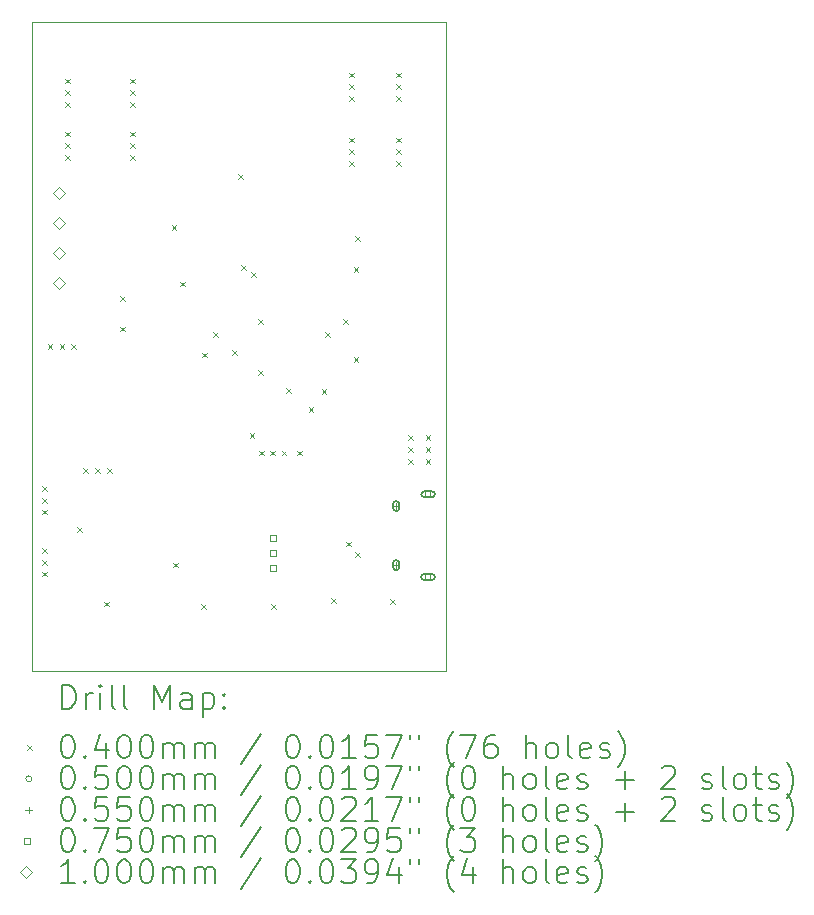
<source format=gbr>
%TF.GenerationSoftware,KiCad,Pcbnew,(6.0.9)*%
%TF.CreationDate,2023-02-13T11:25:59-05:00*%
%TF.ProjectId,1W Experiments,31572045-7870-4657-9269-6d656e74732e,rev?*%
%TF.SameCoordinates,Original*%
%TF.FileFunction,Drillmap*%
%TF.FilePolarity,Positive*%
%FSLAX45Y45*%
G04 Gerber Fmt 4.5, Leading zero omitted, Abs format (unit mm)*
G04 Created by KiCad (PCBNEW (6.0.9)) date 2023-02-13 11:25:59*
%MOMM*%
%LPD*%
G01*
G04 APERTURE LIST*
%ADD10C,0.100000*%
%ADD11C,0.200000*%
%ADD12C,0.040000*%
%ADD13C,0.050000*%
%ADD14C,0.055000*%
%ADD15C,0.075000*%
G04 APERTURE END LIST*
D10*
X7300000Y-7300000D02*
X10800000Y-7300000D01*
X10800000Y-7300000D02*
X10800000Y-12800000D01*
X10800000Y-12800000D02*
X7300000Y-12800000D01*
X7300000Y-12800000D02*
X7300000Y-7300000D01*
D11*
D12*
X7380000Y-11230000D02*
X7420000Y-11270000D01*
X7420000Y-11230000D02*
X7380000Y-11270000D01*
X7380000Y-11330000D02*
X7420000Y-11370000D01*
X7420000Y-11330000D02*
X7380000Y-11370000D01*
X7380000Y-11430000D02*
X7420000Y-11470000D01*
X7420000Y-11430000D02*
X7380000Y-11470000D01*
X7380000Y-11755000D02*
X7420000Y-11795000D01*
X7420000Y-11755000D02*
X7380000Y-11795000D01*
X7380000Y-11855000D02*
X7420000Y-11895000D01*
X7420000Y-11855000D02*
X7380000Y-11895000D01*
X7380000Y-11955000D02*
X7420000Y-11995000D01*
X7420000Y-11955000D02*
X7380000Y-11995000D01*
X7430000Y-10030000D02*
X7470000Y-10070000D01*
X7470000Y-10030000D02*
X7430000Y-10070000D01*
X7530000Y-10030000D02*
X7570000Y-10070000D01*
X7570000Y-10030000D02*
X7530000Y-10070000D01*
X7580000Y-7780000D02*
X7620000Y-7820000D01*
X7620000Y-7780000D02*
X7580000Y-7820000D01*
X7580000Y-7880000D02*
X7620000Y-7920000D01*
X7620000Y-7880000D02*
X7580000Y-7920000D01*
X7580000Y-7980000D02*
X7620000Y-8020000D01*
X7620000Y-7980000D02*
X7580000Y-8020000D01*
X7580000Y-8230000D02*
X7620000Y-8270000D01*
X7620000Y-8230000D02*
X7580000Y-8270000D01*
X7580000Y-8330000D02*
X7620000Y-8370000D01*
X7620000Y-8330000D02*
X7580000Y-8370000D01*
X7580000Y-8430000D02*
X7620000Y-8470000D01*
X7620000Y-8430000D02*
X7580000Y-8470000D01*
X7630000Y-10030000D02*
X7670000Y-10070000D01*
X7670000Y-10030000D02*
X7630000Y-10070000D01*
X7676250Y-11576250D02*
X7716250Y-11616250D01*
X7716250Y-11576250D02*
X7676250Y-11616250D01*
X7730000Y-11080000D02*
X7770000Y-11120000D01*
X7770000Y-11080000D02*
X7730000Y-11120000D01*
X7830000Y-11080000D02*
X7870000Y-11120000D01*
X7870000Y-11080000D02*
X7830000Y-11120000D01*
X7910000Y-12210000D02*
X7950000Y-12250000D01*
X7950000Y-12210000D02*
X7910000Y-12250000D01*
X7930000Y-11080000D02*
X7970000Y-11120000D01*
X7970000Y-11080000D02*
X7930000Y-11120000D01*
X8040000Y-9620000D02*
X8080000Y-9660000D01*
X8080000Y-9620000D02*
X8040000Y-9660000D01*
X8040000Y-9880000D02*
X8080000Y-9920000D01*
X8080000Y-9880000D02*
X8040000Y-9920000D01*
X8130000Y-7780000D02*
X8170000Y-7820000D01*
X8170000Y-7780000D02*
X8130000Y-7820000D01*
X8130000Y-7880000D02*
X8170000Y-7920000D01*
X8170000Y-7880000D02*
X8130000Y-7920000D01*
X8130000Y-7980000D02*
X8170000Y-8020000D01*
X8170000Y-7980000D02*
X8130000Y-8020000D01*
X8130000Y-8230000D02*
X8170000Y-8270000D01*
X8170000Y-8230000D02*
X8130000Y-8270000D01*
X8130000Y-8330000D02*
X8170000Y-8370000D01*
X8170000Y-8330000D02*
X8130000Y-8370000D01*
X8130000Y-8430000D02*
X8170000Y-8470000D01*
X8170000Y-8430000D02*
X8130000Y-8470000D01*
X8480000Y-9020000D02*
X8520000Y-9060000D01*
X8520000Y-9020000D02*
X8480000Y-9060000D01*
X8489000Y-11880000D02*
X8529000Y-11920000D01*
X8529000Y-11880000D02*
X8489000Y-11920000D01*
X8550000Y-9500000D02*
X8590000Y-9540000D01*
X8590000Y-9500000D02*
X8550000Y-9540000D01*
X8730000Y-12230000D02*
X8770000Y-12270000D01*
X8770000Y-12230000D02*
X8730000Y-12270000D01*
X8740000Y-10100000D02*
X8780000Y-10140000D01*
X8780000Y-10100000D02*
X8740000Y-10140000D01*
X8830000Y-9930000D02*
X8870000Y-9970000D01*
X8870000Y-9930000D02*
X8830000Y-9970000D01*
X8990000Y-10080000D02*
X9030000Y-10120000D01*
X9030000Y-10080000D02*
X8990000Y-10120000D01*
X9040000Y-8590000D02*
X9080000Y-8630000D01*
X9080000Y-8590000D02*
X9040000Y-8630000D01*
X9070000Y-9360000D02*
X9110000Y-9400000D01*
X9110000Y-9360000D02*
X9070000Y-9400000D01*
X9140000Y-10780000D02*
X9180000Y-10820000D01*
X9180000Y-10780000D02*
X9140000Y-10820000D01*
X9150000Y-9420000D02*
X9190000Y-9460000D01*
X9190000Y-9420000D02*
X9150000Y-9460000D01*
X9210000Y-9820000D02*
X9250000Y-9860000D01*
X9250000Y-9820000D02*
X9210000Y-9860000D01*
X9210000Y-10250000D02*
X9250000Y-10290000D01*
X9250000Y-10250000D02*
X9210000Y-10290000D01*
X9220000Y-10930000D02*
X9260000Y-10970000D01*
X9260000Y-10930000D02*
X9220000Y-10970000D01*
X9316000Y-10931000D02*
X9356000Y-10971000D01*
X9356000Y-10931000D02*
X9316000Y-10971000D01*
X9320000Y-12230000D02*
X9360000Y-12270000D01*
X9360000Y-12230000D02*
X9320000Y-12270000D01*
X9410000Y-10930000D02*
X9450000Y-10970000D01*
X9450000Y-10930000D02*
X9410000Y-10970000D01*
X9450000Y-10400000D02*
X9490000Y-10440000D01*
X9490000Y-10400000D02*
X9450000Y-10440000D01*
X9540000Y-10930000D02*
X9580000Y-10970000D01*
X9580000Y-10930000D02*
X9540000Y-10970000D01*
X9640000Y-10560000D02*
X9680000Y-10600000D01*
X9680000Y-10560000D02*
X9640000Y-10600000D01*
X9750000Y-10410000D02*
X9790000Y-10450000D01*
X9790000Y-10410000D02*
X9750000Y-10450000D01*
X9780000Y-9930000D02*
X9820000Y-9970000D01*
X9820000Y-9930000D02*
X9780000Y-9970000D01*
X9830000Y-12180000D02*
X9870000Y-12220000D01*
X9870000Y-12180000D02*
X9830000Y-12220000D01*
X9930000Y-9820000D02*
X9970000Y-9860000D01*
X9970000Y-9820000D02*
X9930000Y-9860000D01*
X9955050Y-11700000D02*
X9995050Y-11740000D01*
X9995050Y-11700000D02*
X9955050Y-11740000D01*
X9980000Y-7730000D02*
X10020000Y-7770000D01*
X10020000Y-7730000D02*
X9980000Y-7770000D01*
X9980000Y-7830000D02*
X10020000Y-7870000D01*
X10020000Y-7830000D02*
X9980000Y-7870000D01*
X9980000Y-7930000D02*
X10020000Y-7970000D01*
X10020000Y-7930000D02*
X9980000Y-7970000D01*
X9980000Y-8280000D02*
X10020000Y-8320000D01*
X10020000Y-8280000D02*
X9980000Y-8320000D01*
X9980000Y-8380000D02*
X10020000Y-8420000D01*
X10020000Y-8380000D02*
X9980000Y-8420000D01*
X9980000Y-8480000D02*
X10020000Y-8520000D01*
X10020000Y-8480000D02*
X9980000Y-8520000D01*
X10020000Y-9380000D02*
X10060000Y-9420000D01*
X10060000Y-9380000D02*
X10020000Y-9420000D01*
X10020000Y-10140000D02*
X10060000Y-10180000D01*
X10060000Y-10140000D02*
X10020000Y-10180000D01*
X10030000Y-11790000D02*
X10070000Y-11830000D01*
X10070000Y-11790000D02*
X10030000Y-11830000D01*
X10034000Y-9116000D02*
X10074000Y-9156000D01*
X10074000Y-9116000D02*
X10034000Y-9156000D01*
X10330000Y-12190000D02*
X10370000Y-12230000D01*
X10370000Y-12190000D02*
X10330000Y-12230000D01*
X10380000Y-7730000D02*
X10420000Y-7770000D01*
X10420000Y-7730000D02*
X10380000Y-7770000D01*
X10380000Y-7830000D02*
X10420000Y-7870000D01*
X10420000Y-7830000D02*
X10380000Y-7870000D01*
X10380000Y-7930000D02*
X10420000Y-7970000D01*
X10420000Y-7930000D02*
X10380000Y-7970000D01*
X10380000Y-8280000D02*
X10420000Y-8320000D01*
X10420000Y-8280000D02*
X10380000Y-8320000D01*
X10380000Y-8380000D02*
X10420000Y-8420000D01*
X10420000Y-8380000D02*
X10380000Y-8420000D01*
X10380000Y-8480000D02*
X10420000Y-8520000D01*
X10420000Y-8480000D02*
X10380000Y-8520000D01*
X10480000Y-10800000D02*
X10520000Y-10840000D01*
X10520000Y-10800000D02*
X10480000Y-10840000D01*
X10480000Y-10900000D02*
X10520000Y-10940000D01*
X10520000Y-10900000D02*
X10480000Y-10940000D01*
X10480000Y-11000000D02*
X10520000Y-11040000D01*
X10520000Y-11000000D02*
X10480000Y-11040000D01*
X10630000Y-10800000D02*
X10670000Y-10840000D01*
X10670000Y-10800000D02*
X10630000Y-10840000D01*
X10630000Y-10900000D02*
X10670000Y-10940000D01*
X10670000Y-10900000D02*
X10630000Y-10940000D01*
X10630000Y-11000000D02*
X10670000Y-11040000D01*
X10670000Y-11000000D02*
X10630000Y-11040000D01*
D13*
X10675000Y-11300000D02*
G75*
G03*
X10675000Y-11300000I-25000J0D01*
G01*
D11*
X10617500Y-11325000D02*
X10682500Y-11325000D01*
X10617500Y-11275000D02*
X10682500Y-11275000D01*
X10682500Y-11325000D02*
G75*
G03*
X10682500Y-11275000I0J25000D01*
G01*
X10617500Y-11275000D02*
G75*
G03*
X10617500Y-11325000I0J-25000D01*
G01*
D13*
X10675000Y-12000000D02*
G75*
G03*
X10675000Y-12000000I-25000J0D01*
G01*
D11*
X10617500Y-12025000D02*
X10682500Y-12025000D01*
X10617500Y-11975000D02*
X10682500Y-11975000D01*
X10682500Y-12025000D02*
G75*
G03*
X10682500Y-11975000I0J25000D01*
G01*
X10617500Y-11975000D02*
G75*
G03*
X10617500Y-12025000I0J-25000D01*
G01*
D14*
X10380000Y-11372500D02*
X10380000Y-11427500D01*
X10352500Y-11400000D02*
X10407500Y-11400000D01*
D11*
X10407500Y-11415000D02*
X10407500Y-11385000D01*
X10352500Y-11415000D02*
X10352500Y-11385000D01*
X10407500Y-11385000D02*
G75*
G03*
X10352500Y-11385000I-27500J0D01*
G01*
X10352500Y-11415000D02*
G75*
G03*
X10407500Y-11415000I27500J0D01*
G01*
D14*
X10380000Y-11872500D02*
X10380000Y-11927500D01*
X10352500Y-11900000D02*
X10407500Y-11900000D01*
D11*
X10407500Y-11915000D02*
X10407500Y-11885000D01*
X10352500Y-11915000D02*
X10352500Y-11885000D01*
X10407500Y-11885000D02*
G75*
G03*
X10352500Y-11885000I-27500J0D01*
G01*
X10352500Y-11915000D02*
G75*
G03*
X10407500Y-11915000I27500J0D01*
G01*
D15*
X9362517Y-11699517D02*
X9362517Y-11646483D01*
X9309483Y-11646483D01*
X9309483Y-11699517D01*
X9362517Y-11699517D01*
X9362517Y-11826517D02*
X9362517Y-11773483D01*
X9309483Y-11773483D01*
X9309483Y-11826517D01*
X9362517Y-11826517D01*
X9362517Y-11953517D02*
X9362517Y-11900483D01*
X9309483Y-11900483D01*
X9309483Y-11953517D01*
X9362517Y-11953517D01*
D10*
X7525000Y-8800000D02*
X7575000Y-8750000D01*
X7525000Y-8700000D01*
X7475000Y-8750000D01*
X7525000Y-8800000D01*
X7525000Y-9054000D02*
X7575000Y-9004000D01*
X7525000Y-8954000D01*
X7475000Y-9004000D01*
X7525000Y-9054000D01*
X7525000Y-9308000D02*
X7575000Y-9258000D01*
X7525000Y-9208000D01*
X7475000Y-9258000D01*
X7525000Y-9308000D01*
X7525000Y-9562000D02*
X7575000Y-9512000D01*
X7525000Y-9462000D01*
X7475000Y-9512000D01*
X7525000Y-9562000D01*
D11*
X7552619Y-13115476D02*
X7552619Y-12915476D01*
X7600238Y-12915476D01*
X7628809Y-12925000D01*
X7647857Y-12944048D01*
X7657381Y-12963095D01*
X7666905Y-13001190D01*
X7666905Y-13029762D01*
X7657381Y-13067857D01*
X7647857Y-13086905D01*
X7628809Y-13105952D01*
X7600238Y-13115476D01*
X7552619Y-13115476D01*
X7752619Y-13115476D02*
X7752619Y-12982143D01*
X7752619Y-13020238D02*
X7762143Y-13001190D01*
X7771667Y-12991667D01*
X7790714Y-12982143D01*
X7809762Y-12982143D01*
X7876428Y-13115476D02*
X7876428Y-12982143D01*
X7876428Y-12915476D02*
X7866905Y-12925000D01*
X7876428Y-12934524D01*
X7885952Y-12925000D01*
X7876428Y-12915476D01*
X7876428Y-12934524D01*
X8000238Y-13115476D02*
X7981190Y-13105952D01*
X7971667Y-13086905D01*
X7971667Y-12915476D01*
X8105000Y-13115476D02*
X8085952Y-13105952D01*
X8076428Y-13086905D01*
X8076428Y-12915476D01*
X8333571Y-13115476D02*
X8333571Y-12915476D01*
X8400238Y-13058333D01*
X8466905Y-12915476D01*
X8466905Y-13115476D01*
X8647857Y-13115476D02*
X8647857Y-13010714D01*
X8638333Y-12991667D01*
X8619286Y-12982143D01*
X8581190Y-12982143D01*
X8562143Y-12991667D01*
X8647857Y-13105952D02*
X8628810Y-13115476D01*
X8581190Y-13115476D01*
X8562143Y-13105952D01*
X8552619Y-13086905D01*
X8552619Y-13067857D01*
X8562143Y-13048809D01*
X8581190Y-13039286D01*
X8628810Y-13039286D01*
X8647857Y-13029762D01*
X8743095Y-12982143D02*
X8743095Y-13182143D01*
X8743095Y-12991667D02*
X8762143Y-12982143D01*
X8800238Y-12982143D01*
X8819286Y-12991667D01*
X8828810Y-13001190D01*
X8838333Y-13020238D01*
X8838333Y-13077381D01*
X8828810Y-13096428D01*
X8819286Y-13105952D01*
X8800238Y-13115476D01*
X8762143Y-13115476D01*
X8743095Y-13105952D01*
X8924048Y-13096428D02*
X8933571Y-13105952D01*
X8924048Y-13115476D01*
X8914524Y-13105952D01*
X8924048Y-13096428D01*
X8924048Y-13115476D01*
X8924048Y-12991667D02*
X8933571Y-13001190D01*
X8924048Y-13010714D01*
X8914524Y-13001190D01*
X8924048Y-12991667D01*
X8924048Y-13010714D01*
D12*
X7255000Y-13425000D02*
X7295000Y-13465000D01*
X7295000Y-13425000D02*
X7255000Y-13465000D01*
D11*
X7590714Y-13335476D02*
X7609762Y-13335476D01*
X7628809Y-13345000D01*
X7638333Y-13354524D01*
X7647857Y-13373571D01*
X7657381Y-13411667D01*
X7657381Y-13459286D01*
X7647857Y-13497381D01*
X7638333Y-13516428D01*
X7628809Y-13525952D01*
X7609762Y-13535476D01*
X7590714Y-13535476D01*
X7571667Y-13525952D01*
X7562143Y-13516428D01*
X7552619Y-13497381D01*
X7543095Y-13459286D01*
X7543095Y-13411667D01*
X7552619Y-13373571D01*
X7562143Y-13354524D01*
X7571667Y-13345000D01*
X7590714Y-13335476D01*
X7743095Y-13516428D02*
X7752619Y-13525952D01*
X7743095Y-13535476D01*
X7733571Y-13525952D01*
X7743095Y-13516428D01*
X7743095Y-13535476D01*
X7924048Y-13402143D02*
X7924048Y-13535476D01*
X7876428Y-13325952D02*
X7828809Y-13468809D01*
X7952619Y-13468809D01*
X8066905Y-13335476D02*
X8085952Y-13335476D01*
X8105000Y-13345000D01*
X8114524Y-13354524D01*
X8124048Y-13373571D01*
X8133571Y-13411667D01*
X8133571Y-13459286D01*
X8124048Y-13497381D01*
X8114524Y-13516428D01*
X8105000Y-13525952D01*
X8085952Y-13535476D01*
X8066905Y-13535476D01*
X8047857Y-13525952D01*
X8038333Y-13516428D01*
X8028809Y-13497381D01*
X8019286Y-13459286D01*
X8019286Y-13411667D01*
X8028809Y-13373571D01*
X8038333Y-13354524D01*
X8047857Y-13345000D01*
X8066905Y-13335476D01*
X8257381Y-13335476D02*
X8276428Y-13335476D01*
X8295476Y-13345000D01*
X8305000Y-13354524D01*
X8314524Y-13373571D01*
X8324048Y-13411667D01*
X8324048Y-13459286D01*
X8314524Y-13497381D01*
X8305000Y-13516428D01*
X8295476Y-13525952D01*
X8276428Y-13535476D01*
X8257381Y-13535476D01*
X8238333Y-13525952D01*
X8228809Y-13516428D01*
X8219286Y-13497381D01*
X8209762Y-13459286D01*
X8209762Y-13411667D01*
X8219286Y-13373571D01*
X8228809Y-13354524D01*
X8238333Y-13345000D01*
X8257381Y-13335476D01*
X8409762Y-13535476D02*
X8409762Y-13402143D01*
X8409762Y-13421190D02*
X8419286Y-13411667D01*
X8438333Y-13402143D01*
X8466905Y-13402143D01*
X8485952Y-13411667D01*
X8495476Y-13430714D01*
X8495476Y-13535476D01*
X8495476Y-13430714D02*
X8505000Y-13411667D01*
X8524048Y-13402143D01*
X8552619Y-13402143D01*
X8571667Y-13411667D01*
X8581190Y-13430714D01*
X8581190Y-13535476D01*
X8676429Y-13535476D02*
X8676429Y-13402143D01*
X8676429Y-13421190D02*
X8685952Y-13411667D01*
X8705000Y-13402143D01*
X8733571Y-13402143D01*
X8752619Y-13411667D01*
X8762143Y-13430714D01*
X8762143Y-13535476D01*
X8762143Y-13430714D02*
X8771667Y-13411667D01*
X8790714Y-13402143D01*
X8819286Y-13402143D01*
X8838333Y-13411667D01*
X8847857Y-13430714D01*
X8847857Y-13535476D01*
X9238333Y-13325952D02*
X9066905Y-13583095D01*
X9495476Y-13335476D02*
X9514524Y-13335476D01*
X9533571Y-13345000D01*
X9543095Y-13354524D01*
X9552619Y-13373571D01*
X9562143Y-13411667D01*
X9562143Y-13459286D01*
X9552619Y-13497381D01*
X9543095Y-13516428D01*
X9533571Y-13525952D01*
X9514524Y-13535476D01*
X9495476Y-13535476D01*
X9476429Y-13525952D01*
X9466905Y-13516428D01*
X9457381Y-13497381D01*
X9447857Y-13459286D01*
X9447857Y-13411667D01*
X9457381Y-13373571D01*
X9466905Y-13354524D01*
X9476429Y-13345000D01*
X9495476Y-13335476D01*
X9647857Y-13516428D02*
X9657381Y-13525952D01*
X9647857Y-13535476D01*
X9638333Y-13525952D01*
X9647857Y-13516428D01*
X9647857Y-13535476D01*
X9781190Y-13335476D02*
X9800238Y-13335476D01*
X9819286Y-13345000D01*
X9828810Y-13354524D01*
X9838333Y-13373571D01*
X9847857Y-13411667D01*
X9847857Y-13459286D01*
X9838333Y-13497381D01*
X9828810Y-13516428D01*
X9819286Y-13525952D01*
X9800238Y-13535476D01*
X9781190Y-13535476D01*
X9762143Y-13525952D01*
X9752619Y-13516428D01*
X9743095Y-13497381D01*
X9733571Y-13459286D01*
X9733571Y-13411667D01*
X9743095Y-13373571D01*
X9752619Y-13354524D01*
X9762143Y-13345000D01*
X9781190Y-13335476D01*
X10038333Y-13535476D02*
X9924048Y-13535476D01*
X9981190Y-13535476D02*
X9981190Y-13335476D01*
X9962143Y-13364048D01*
X9943095Y-13383095D01*
X9924048Y-13392619D01*
X10219286Y-13335476D02*
X10124048Y-13335476D01*
X10114524Y-13430714D01*
X10124048Y-13421190D01*
X10143095Y-13411667D01*
X10190714Y-13411667D01*
X10209762Y-13421190D01*
X10219286Y-13430714D01*
X10228810Y-13449762D01*
X10228810Y-13497381D01*
X10219286Y-13516428D01*
X10209762Y-13525952D01*
X10190714Y-13535476D01*
X10143095Y-13535476D01*
X10124048Y-13525952D01*
X10114524Y-13516428D01*
X10295476Y-13335476D02*
X10428810Y-13335476D01*
X10343095Y-13535476D01*
X10495476Y-13335476D02*
X10495476Y-13373571D01*
X10571667Y-13335476D02*
X10571667Y-13373571D01*
X10866905Y-13611667D02*
X10857381Y-13602143D01*
X10838333Y-13573571D01*
X10828810Y-13554524D01*
X10819286Y-13525952D01*
X10809762Y-13478333D01*
X10809762Y-13440238D01*
X10819286Y-13392619D01*
X10828810Y-13364048D01*
X10838333Y-13345000D01*
X10857381Y-13316428D01*
X10866905Y-13306905D01*
X10924048Y-13335476D02*
X11057381Y-13335476D01*
X10971667Y-13535476D01*
X11219286Y-13335476D02*
X11181190Y-13335476D01*
X11162143Y-13345000D01*
X11152619Y-13354524D01*
X11133571Y-13383095D01*
X11124048Y-13421190D01*
X11124048Y-13497381D01*
X11133571Y-13516428D01*
X11143095Y-13525952D01*
X11162143Y-13535476D01*
X11200238Y-13535476D01*
X11219286Y-13525952D01*
X11228809Y-13516428D01*
X11238333Y-13497381D01*
X11238333Y-13449762D01*
X11228809Y-13430714D01*
X11219286Y-13421190D01*
X11200238Y-13411667D01*
X11162143Y-13411667D01*
X11143095Y-13421190D01*
X11133571Y-13430714D01*
X11124048Y-13449762D01*
X11476428Y-13535476D02*
X11476428Y-13335476D01*
X11562143Y-13535476D02*
X11562143Y-13430714D01*
X11552619Y-13411667D01*
X11533571Y-13402143D01*
X11505000Y-13402143D01*
X11485952Y-13411667D01*
X11476428Y-13421190D01*
X11685952Y-13535476D02*
X11666905Y-13525952D01*
X11657381Y-13516428D01*
X11647857Y-13497381D01*
X11647857Y-13440238D01*
X11657381Y-13421190D01*
X11666905Y-13411667D01*
X11685952Y-13402143D01*
X11714524Y-13402143D01*
X11733571Y-13411667D01*
X11743095Y-13421190D01*
X11752619Y-13440238D01*
X11752619Y-13497381D01*
X11743095Y-13516428D01*
X11733571Y-13525952D01*
X11714524Y-13535476D01*
X11685952Y-13535476D01*
X11866905Y-13535476D02*
X11847857Y-13525952D01*
X11838333Y-13506905D01*
X11838333Y-13335476D01*
X12019286Y-13525952D02*
X12000238Y-13535476D01*
X11962143Y-13535476D01*
X11943095Y-13525952D01*
X11933571Y-13506905D01*
X11933571Y-13430714D01*
X11943095Y-13411667D01*
X11962143Y-13402143D01*
X12000238Y-13402143D01*
X12019286Y-13411667D01*
X12028809Y-13430714D01*
X12028809Y-13449762D01*
X11933571Y-13468809D01*
X12105000Y-13525952D02*
X12124048Y-13535476D01*
X12162143Y-13535476D01*
X12181190Y-13525952D01*
X12190714Y-13506905D01*
X12190714Y-13497381D01*
X12181190Y-13478333D01*
X12162143Y-13468809D01*
X12133571Y-13468809D01*
X12114524Y-13459286D01*
X12105000Y-13440238D01*
X12105000Y-13430714D01*
X12114524Y-13411667D01*
X12133571Y-13402143D01*
X12162143Y-13402143D01*
X12181190Y-13411667D01*
X12257381Y-13611667D02*
X12266905Y-13602143D01*
X12285952Y-13573571D01*
X12295476Y-13554524D01*
X12305000Y-13525952D01*
X12314524Y-13478333D01*
X12314524Y-13440238D01*
X12305000Y-13392619D01*
X12295476Y-13364048D01*
X12285952Y-13345000D01*
X12266905Y-13316428D01*
X12257381Y-13306905D01*
D13*
X7295000Y-13709000D02*
G75*
G03*
X7295000Y-13709000I-25000J0D01*
G01*
D11*
X7590714Y-13599476D02*
X7609762Y-13599476D01*
X7628809Y-13609000D01*
X7638333Y-13618524D01*
X7647857Y-13637571D01*
X7657381Y-13675667D01*
X7657381Y-13723286D01*
X7647857Y-13761381D01*
X7638333Y-13780428D01*
X7628809Y-13789952D01*
X7609762Y-13799476D01*
X7590714Y-13799476D01*
X7571667Y-13789952D01*
X7562143Y-13780428D01*
X7552619Y-13761381D01*
X7543095Y-13723286D01*
X7543095Y-13675667D01*
X7552619Y-13637571D01*
X7562143Y-13618524D01*
X7571667Y-13609000D01*
X7590714Y-13599476D01*
X7743095Y-13780428D02*
X7752619Y-13789952D01*
X7743095Y-13799476D01*
X7733571Y-13789952D01*
X7743095Y-13780428D01*
X7743095Y-13799476D01*
X7933571Y-13599476D02*
X7838333Y-13599476D01*
X7828809Y-13694714D01*
X7838333Y-13685190D01*
X7857381Y-13675667D01*
X7905000Y-13675667D01*
X7924048Y-13685190D01*
X7933571Y-13694714D01*
X7943095Y-13713762D01*
X7943095Y-13761381D01*
X7933571Y-13780428D01*
X7924048Y-13789952D01*
X7905000Y-13799476D01*
X7857381Y-13799476D01*
X7838333Y-13789952D01*
X7828809Y-13780428D01*
X8066905Y-13599476D02*
X8085952Y-13599476D01*
X8105000Y-13609000D01*
X8114524Y-13618524D01*
X8124048Y-13637571D01*
X8133571Y-13675667D01*
X8133571Y-13723286D01*
X8124048Y-13761381D01*
X8114524Y-13780428D01*
X8105000Y-13789952D01*
X8085952Y-13799476D01*
X8066905Y-13799476D01*
X8047857Y-13789952D01*
X8038333Y-13780428D01*
X8028809Y-13761381D01*
X8019286Y-13723286D01*
X8019286Y-13675667D01*
X8028809Y-13637571D01*
X8038333Y-13618524D01*
X8047857Y-13609000D01*
X8066905Y-13599476D01*
X8257381Y-13599476D02*
X8276428Y-13599476D01*
X8295476Y-13609000D01*
X8305000Y-13618524D01*
X8314524Y-13637571D01*
X8324048Y-13675667D01*
X8324048Y-13723286D01*
X8314524Y-13761381D01*
X8305000Y-13780428D01*
X8295476Y-13789952D01*
X8276428Y-13799476D01*
X8257381Y-13799476D01*
X8238333Y-13789952D01*
X8228809Y-13780428D01*
X8219286Y-13761381D01*
X8209762Y-13723286D01*
X8209762Y-13675667D01*
X8219286Y-13637571D01*
X8228809Y-13618524D01*
X8238333Y-13609000D01*
X8257381Y-13599476D01*
X8409762Y-13799476D02*
X8409762Y-13666143D01*
X8409762Y-13685190D02*
X8419286Y-13675667D01*
X8438333Y-13666143D01*
X8466905Y-13666143D01*
X8485952Y-13675667D01*
X8495476Y-13694714D01*
X8495476Y-13799476D01*
X8495476Y-13694714D02*
X8505000Y-13675667D01*
X8524048Y-13666143D01*
X8552619Y-13666143D01*
X8571667Y-13675667D01*
X8581190Y-13694714D01*
X8581190Y-13799476D01*
X8676429Y-13799476D02*
X8676429Y-13666143D01*
X8676429Y-13685190D02*
X8685952Y-13675667D01*
X8705000Y-13666143D01*
X8733571Y-13666143D01*
X8752619Y-13675667D01*
X8762143Y-13694714D01*
X8762143Y-13799476D01*
X8762143Y-13694714D02*
X8771667Y-13675667D01*
X8790714Y-13666143D01*
X8819286Y-13666143D01*
X8838333Y-13675667D01*
X8847857Y-13694714D01*
X8847857Y-13799476D01*
X9238333Y-13589952D02*
X9066905Y-13847095D01*
X9495476Y-13599476D02*
X9514524Y-13599476D01*
X9533571Y-13609000D01*
X9543095Y-13618524D01*
X9552619Y-13637571D01*
X9562143Y-13675667D01*
X9562143Y-13723286D01*
X9552619Y-13761381D01*
X9543095Y-13780428D01*
X9533571Y-13789952D01*
X9514524Y-13799476D01*
X9495476Y-13799476D01*
X9476429Y-13789952D01*
X9466905Y-13780428D01*
X9457381Y-13761381D01*
X9447857Y-13723286D01*
X9447857Y-13675667D01*
X9457381Y-13637571D01*
X9466905Y-13618524D01*
X9476429Y-13609000D01*
X9495476Y-13599476D01*
X9647857Y-13780428D02*
X9657381Y-13789952D01*
X9647857Y-13799476D01*
X9638333Y-13789952D01*
X9647857Y-13780428D01*
X9647857Y-13799476D01*
X9781190Y-13599476D02*
X9800238Y-13599476D01*
X9819286Y-13609000D01*
X9828810Y-13618524D01*
X9838333Y-13637571D01*
X9847857Y-13675667D01*
X9847857Y-13723286D01*
X9838333Y-13761381D01*
X9828810Y-13780428D01*
X9819286Y-13789952D01*
X9800238Y-13799476D01*
X9781190Y-13799476D01*
X9762143Y-13789952D01*
X9752619Y-13780428D01*
X9743095Y-13761381D01*
X9733571Y-13723286D01*
X9733571Y-13675667D01*
X9743095Y-13637571D01*
X9752619Y-13618524D01*
X9762143Y-13609000D01*
X9781190Y-13599476D01*
X10038333Y-13799476D02*
X9924048Y-13799476D01*
X9981190Y-13799476D02*
X9981190Y-13599476D01*
X9962143Y-13628048D01*
X9943095Y-13647095D01*
X9924048Y-13656619D01*
X10133571Y-13799476D02*
X10171667Y-13799476D01*
X10190714Y-13789952D01*
X10200238Y-13780428D01*
X10219286Y-13751857D01*
X10228810Y-13713762D01*
X10228810Y-13637571D01*
X10219286Y-13618524D01*
X10209762Y-13609000D01*
X10190714Y-13599476D01*
X10152619Y-13599476D01*
X10133571Y-13609000D01*
X10124048Y-13618524D01*
X10114524Y-13637571D01*
X10114524Y-13685190D01*
X10124048Y-13704238D01*
X10133571Y-13713762D01*
X10152619Y-13723286D01*
X10190714Y-13723286D01*
X10209762Y-13713762D01*
X10219286Y-13704238D01*
X10228810Y-13685190D01*
X10295476Y-13599476D02*
X10428810Y-13599476D01*
X10343095Y-13799476D01*
X10495476Y-13599476D02*
X10495476Y-13637571D01*
X10571667Y-13599476D02*
X10571667Y-13637571D01*
X10866905Y-13875667D02*
X10857381Y-13866143D01*
X10838333Y-13837571D01*
X10828810Y-13818524D01*
X10819286Y-13789952D01*
X10809762Y-13742333D01*
X10809762Y-13704238D01*
X10819286Y-13656619D01*
X10828810Y-13628048D01*
X10838333Y-13609000D01*
X10857381Y-13580428D01*
X10866905Y-13570905D01*
X10981190Y-13599476D02*
X11000238Y-13599476D01*
X11019286Y-13609000D01*
X11028810Y-13618524D01*
X11038333Y-13637571D01*
X11047857Y-13675667D01*
X11047857Y-13723286D01*
X11038333Y-13761381D01*
X11028810Y-13780428D01*
X11019286Y-13789952D01*
X11000238Y-13799476D01*
X10981190Y-13799476D01*
X10962143Y-13789952D01*
X10952619Y-13780428D01*
X10943095Y-13761381D01*
X10933571Y-13723286D01*
X10933571Y-13675667D01*
X10943095Y-13637571D01*
X10952619Y-13618524D01*
X10962143Y-13609000D01*
X10981190Y-13599476D01*
X11285952Y-13799476D02*
X11285952Y-13599476D01*
X11371667Y-13799476D02*
X11371667Y-13694714D01*
X11362143Y-13675667D01*
X11343095Y-13666143D01*
X11314524Y-13666143D01*
X11295476Y-13675667D01*
X11285952Y-13685190D01*
X11495476Y-13799476D02*
X11476428Y-13789952D01*
X11466905Y-13780428D01*
X11457381Y-13761381D01*
X11457381Y-13704238D01*
X11466905Y-13685190D01*
X11476428Y-13675667D01*
X11495476Y-13666143D01*
X11524048Y-13666143D01*
X11543095Y-13675667D01*
X11552619Y-13685190D01*
X11562143Y-13704238D01*
X11562143Y-13761381D01*
X11552619Y-13780428D01*
X11543095Y-13789952D01*
X11524048Y-13799476D01*
X11495476Y-13799476D01*
X11676428Y-13799476D02*
X11657381Y-13789952D01*
X11647857Y-13770905D01*
X11647857Y-13599476D01*
X11828809Y-13789952D02*
X11809762Y-13799476D01*
X11771667Y-13799476D01*
X11752619Y-13789952D01*
X11743095Y-13770905D01*
X11743095Y-13694714D01*
X11752619Y-13675667D01*
X11771667Y-13666143D01*
X11809762Y-13666143D01*
X11828809Y-13675667D01*
X11838333Y-13694714D01*
X11838333Y-13713762D01*
X11743095Y-13732809D01*
X11914524Y-13789952D02*
X11933571Y-13799476D01*
X11971667Y-13799476D01*
X11990714Y-13789952D01*
X12000238Y-13770905D01*
X12000238Y-13761381D01*
X11990714Y-13742333D01*
X11971667Y-13732809D01*
X11943095Y-13732809D01*
X11924048Y-13723286D01*
X11914524Y-13704238D01*
X11914524Y-13694714D01*
X11924048Y-13675667D01*
X11943095Y-13666143D01*
X11971667Y-13666143D01*
X11990714Y-13675667D01*
X12238333Y-13723286D02*
X12390714Y-13723286D01*
X12314524Y-13799476D02*
X12314524Y-13647095D01*
X12628809Y-13618524D02*
X12638333Y-13609000D01*
X12657381Y-13599476D01*
X12705000Y-13599476D01*
X12724048Y-13609000D01*
X12733571Y-13618524D01*
X12743095Y-13637571D01*
X12743095Y-13656619D01*
X12733571Y-13685190D01*
X12619286Y-13799476D01*
X12743095Y-13799476D01*
X12971667Y-13789952D02*
X12990714Y-13799476D01*
X13028809Y-13799476D01*
X13047857Y-13789952D01*
X13057381Y-13770905D01*
X13057381Y-13761381D01*
X13047857Y-13742333D01*
X13028809Y-13732809D01*
X13000238Y-13732809D01*
X12981190Y-13723286D01*
X12971667Y-13704238D01*
X12971667Y-13694714D01*
X12981190Y-13675667D01*
X13000238Y-13666143D01*
X13028809Y-13666143D01*
X13047857Y-13675667D01*
X13171667Y-13799476D02*
X13152619Y-13789952D01*
X13143095Y-13770905D01*
X13143095Y-13599476D01*
X13276428Y-13799476D02*
X13257381Y-13789952D01*
X13247857Y-13780428D01*
X13238333Y-13761381D01*
X13238333Y-13704238D01*
X13247857Y-13685190D01*
X13257381Y-13675667D01*
X13276428Y-13666143D01*
X13305000Y-13666143D01*
X13324048Y-13675667D01*
X13333571Y-13685190D01*
X13343095Y-13704238D01*
X13343095Y-13761381D01*
X13333571Y-13780428D01*
X13324048Y-13789952D01*
X13305000Y-13799476D01*
X13276428Y-13799476D01*
X13400238Y-13666143D02*
X13476428Y-13666143D01*
X13428809Y-13599476D02*
X13428809Y-13770905D01*
X13438333Y-13789952D01*
X13457381Y-13799476D01*
X13476428Y-13799476D01*
X13533571Y-13789952D02*
X13552619Y-13799476D01*
X13590714Y-13799476D01*
X13609762Y-13789952D01*
X13619286Y-13770905D01*
X13619286Y-13761381D01*
X13609762Y-13742333D01*
X13590714Y-13732809D01*
X13562143Y-13732809D01*
X13543095Y-13723286D01*
X13533571Y-13704238D01*
X13533571Y-13694714D01*
X13543095Y-13675667D01*
X13562143Y-13666143D01*
X13590714Y-13666143D01*
X13609762Y-13675667D01*
X13685952Y-13875667D02*
X13695476Y-13866143D01*
X13714524Y-13837571D01*
X13724048Y-13818524D01*
X13733571Y-13789952D01*
X13743095Y-13742333D01*
X13743095Y-13704238D01*
X13733571Y-13656619D01*
X13724048Y-13628048D01*
X13714524Y-13609000D01*
X13695476Y-13580428D01*
X13685952Y-13570905D01*
D14*
X7267500Y-13945500D02*
X7267500Y-14000500D01*
X7240000Y-13973000D02*
X7295000Y-13973000D01*
D11*
X7590714Y-13863476D02*
X7609762Y-13863476D01*
X7628809Y-13873000D01*
X7638333Y-13882524D01*
X7647857Y-13901571D01*
X7657381Y-13939667D01*
X7657381Y-13987286D01*
X7647857Y-14025381D01*
X7638333Y-14044428D01*
X7628809Y-14053952D01*
X7609762Y-14063476D01*
X7590714Y-14063476D01*
X7571667Y-14053952D01*
X7562143Y-14044428D01*
X7552619Y-14025381D01*
X7543095Y-13987286D01*
X7543095Y-13939667D01*
X7552619Y-13901571D01*
X7562143Y-13882524D01*
X7571667Y-13873000D01*
X7590714Y-13863476D01*
X7743095Y-14044428D02*
X7752619Y-14053952D01*
X7743095Y-14063476D01*
X7733571Y-14053952D01*
X7743095Y-14044428D01*
X7743095Y-14063476D01*
X7933571Y-13863476D02*
X7838333Y-13863476D01*
X7828809Y-13958714D01*
X7838333Y-13949190D01*
X7857381Y-13939667D01*
X7905000Y-13939667D01*
X7924048Y-13949190D01*
X7933571Y-13958714D01*
X7943095Y-13977762D01*
X7943095Y-14025381D01*
X7933571Y-14044428D01*
X7924048Y-14053952D01*
X7905000Y-14063476D01*
X7857381Y-14063476D01*
X7838333Y-14053952D01*
X7828809Y-14044428D01*
X8124048Y-13863476D02*
X8028809Y-13863476D01*
X8019286Y-13958714D01*
X8028809Y-13949190D01*
X8047857Y-13939667D01*
X8095476Y-13939667D01*
X8114524Y-13949190D01*
X8124048Y-13958714D01*
X8133571Y-13977762D01*
X8133571Y-14025381D01*
X8124048Y-14044428D01*
X8114524Y-14053952D01*
X8095476Y-14063476D01*
X8047857Y-14063476D01*
X8028809Y-14053952D01*
X8019286Y-14044428D01*
X8257381Y-13863476D02*
X8276428Y-13863476D01*
X8295476Y-13873000D01*
X8305000Y-13882524D01*
X8314524Y-13901571D01*
X8324048Y-13939667D01*
X8324048Y-13987286D01*
X8314524Y-14025381D01*
X8305000Y-14044428D01*
X8295476Y-14053952D01*
X8276428Y-14063476D01*
X8257381Y-14063476D01*
X8238333Y-14053952D01*
X8228809Y-14044428D01*
X8219286Y-14025381D01*
X8209762Y-13987286D01*
X8209762Y-13939667D01*
X8219286Y-13901571D01*
X8228809Y-13882524D01*
X8238333Y-13873000D01*
X8257381Y-13863476D01*
X8409762Y-14063476D02*
X8409762Y-13930143D01*
X8409762Y-13949190D02*
X8419286Y-13939667D01*
X8438333Y-13930143D01*
X8466905Y-13930143D01*
X8485952Y-13939667D01*
X8495476Y-13958714D01*
X8495476Y-14063476D01*
X8495476Y-13958714D02*
X8505000Y-13939667D01*
X8524048Y-13930143D01*
X8552619Y-13930143D01*
X8571667Y-13939667D01*
X8581190Y-13958714D01*
X8581190Y-14063476D01*
X8676429Y-14063476D02*
X8676429Y-13930143D01*
X8676429Y-13949190D02*
X8685952Y-13939667D01*
X8705000Y-13930143D01*
X8733571Y-13930143D01*
X8752619Y-13939667D01*
X8762143Y-13958714D01*
X8762143Y-14063476D01*
X8762143Y-13958714D02*
X8771667Y-13939667D01*
X8790714Y-13930143D01*
X8819286Y-13930143D01*
X8838333Y-13939667D01*
X8847857Y-13958714D01*
X8847857Y-14063476D01*
X9238333Y-13853952D02*
X9066905Y-14111095D01*
X9495476Y-13863476D02*
X9514524Y-13863476D01*
X9533571Y-13873000D01*
X9543095Y-13882524D01*
X9552619Y-13901571D01*
X9562143Y-13939667D01*
X9562143Y-13987286D01*
X9552619Y-14025381D01*
X9543095Y-14044428D01*
X9533571Y-14053952D01*
X9514524Y-14063476D01*
X9495476Y-14063476D01*
X9476429Y-14053952D01*
X9466905Y-14044428D01*
X9457381Y-14025381D01*
X9447857Y-13987286D01*
X9447857Y-13939667D01*
X9457381Y-13901571D01*
X9466905Y-13882524D01*
X9476429Y-13873000D01*
X9495476Y-13863476D01*
X9647857Y-14044428D02*
X9657381Y-14053952D01*
X9647857Y-14063476D01*
X9638333Y-14053952D01*
X9647857Y-14044428D01*
X9647857Y-14063476D01*
X9781190Y-13863476D02*
X9800238Y-13863476D01*
X9819286Y-13873000D01*
X9828810Y-13882524D01*
X9838333Y-13901571D01*
X9847857Y-13939667D01*
X9847857Y-13987286D01*
X9838333Y-14025381D01*
X9828810Y-14044428D01*
X9819286Y-14053952D01*
X9800238Y-14063476D01*
X9781190Y-14063476D01*
X9762143Y-14053952D01*
X9752619Y-14044428D01*
X9743095Y-14025381D01*
X9733571Y-13987286D01*
X9733571Y-13939667D01*
X9743095Y-13901571D01*
X9752619Y-13882524D01*
X9762143Y-13873000D01*
X9781190Y-13863476D01*
X9924048Y-13882524D02*
X9933571Y-13873000D01*
X9952619Y-13863476D01*
X10000238Y-13863476D01*
X10019286Y-13873000D01*
X10028810Y-13882524D01*
X10038333Y-13901571D01*
X10038333Y-13920619D01*
X10028810Y-13949190D01*
X9914524Y-14063476D01*
X10038333Y-14063476D01*
X10228810Y-14063476D02*
X10114524Y-14063476D01*
X10171667Y-14063476D02*
X10171667Y-13863476D01*
X10152619Y-13892048D01*
X10133571Y-13911095D01*
X10114524Y-13920619D01*
X10295476Y-13863476D02*
X10428810Y-13863476D01*
X10343095Y-14063476D01*
X10495476Y-13863476D02*
X10495476Y-13901571D01*
X10571667Y-13863476D02*
X10571667Y-13901571D01*
X10866905Y-14139667D02*
X10857381Y-14130143D01*
X10838333Y-14101571D01*
X10828810Y-14082524D01*
X10819286Y-14053952D01*
X10809762Y-14006333D01*
X10809762Y-13968238D01*
X10819286Y-13920619D01*
X10828810Y-13892048D01*
X10838333Y-13873000D01*
X10857381Y-13844428D01*
X10866905Y-13834905D01*
X10981190Y-13863476D02*
X11000238Y-13863476D01*
X11019286Y-13873000D01*
X11028810Y-13882524D01*
X11038333Y-13901571D01*
X11047857Y-13939667D01*
X11047857Y-13987286D01*
X11038333Y-14025381D01*
X11028810Y-14044428D01*
X11019286Y-14053952D01*
X11000238Y-14063476D01*
X10981190Y-14063476D01*
X10962143Y-14053952D01*
X10952619Y-14044428D01*
X10943095Y-14025381D01*
X10933571Y-13987286D01*
X10933571Y-13939667D01*
X10943095Y-13901571D01*
X10952619Y-13882524D01*
X10962143Y-13873000D01*
X10981190Y-13863476D01*
X11285952Y-14063476D02*
X11285952Y-13863476D01*
X11371667Y-14063476D02*
X11371667Y-13958714D01*
X11362143Y-13939667D01*
X11343095Y-13930143D01*
X11314524Y-13930143D01*
X11295476Y-13939667D01*
X11285952Y-13949190D01*
X11495476Y-14063476D02*
X11476428Y-14053952D01*
X11466905Y-14044428D01*
X11457381Y-14025381D01*
X11457381Y-13968238D01*
X11466905Y-13949190D01*
X11476428Y-13939667D01*
X11495476Y-13930143D01*
X11524048Y-13930143D01*
X11543095Y-13939667D01*
X11552619Y-13949190D01*
X11562143Y-13968238D01*
X11562143Y-14025381D01*
X11552619Y-14044428D01*
X11543095Y-14053952D01*
X11524048Y-14063476D01*
X11495476Y-14063476D01*
X11676428Y-14063476D02*
X11657381Y-14053952D01*
X11647857Y-14034905D01*
X11647857Y-13863476D01*
X11828809Y-14053952D02*
X11809762Y-14063476D01*
X11771667Y-14063476D01*
X11752619Y-14053952D01*
X11743095Y-14034905D01*
X11743095Y-13958714D01*
X11752619Y-13939667D01*
X11771667Y-13930143D01*
X11809762Y-13930143D01*
X11828809Y-13939667D01*
X11838333Y-13958714D01*
X11838333Y-13977762D01*
X11743095Y-13996809D01*
X11914524Y-14053952D02*
X11933571Y-14063476D01*
X11971667Y-14063476D01*
X11990714Y-14053952D01*
X12000238Y-14034905D01*
X12000238Y-14025381D01*
X11990714Y-14006333D01*
X11971667Y-13996809D01*
X11943095Y-13996809D01*
X11924048Y-13987286D01*
X11914524Y-13968238D01*
X11914524Y-13958714D01*
X11924048Y-13939667D01*
X11943095Y-13930143D01*
X11971667Y-13930143D01*
X11990714Y-13939667D01*
X12238333Y-13987286D02*
X12390714Y-13987286D01*
X12314524Y-14063476D02*
X12314524Y-13911095D01*
X12628809Y-13882524D02*
X12638333Y-13873000D01*
X12657381Y-13863476D01*
X12705000Y-13863476D01*
X12724048Y-13873000D01*
X12733571Y-13882524D01*
X12743095Y-13901571D01*
X12743095Y-13920619D01*
X12733571Y-13949190D01*
X12619286Y-14063476D01*
X12743095Y-14063476D01*
X12971667Y-14053952D02*
X12990714Y-14063476D01*
X13028809Y-14063476D01*
X13047857Y-14053952D01*
X13057381Y-14034905D01*
X13057381Y-14025381D01*
X13047857Y-14006333D01*
X13028809Y-13996809D01*
X13000238Y-13996809D01*
X12981190Y-13987286D01*
X12971667Y-13968238D01*
X12971667Y-13958714D01*
X12981190Y-13939667D01*
X13000238Y-13930143D01*
X13028809Y-13930143D01*
X13047857Y-13939667D01*
X13171667Y-14063476D02*
X13152619Y-14053952D01*
X13143095Y-14034905D01*
X13143095Y-13863476D01*
X13276428Y-14063476D02*
X13257381Y-14053952D01*
X13247857Y-14044428D01*
X13238333Y-14025381D01*
X13238333Y-13968238D01*
X13247857Y-13949190D01*
X13257381Y-13939667D01*
X13276428Y-13930143D01*
X13305000Y-13930143D01*
X13324048Y-13939667D01*
X13333571Y-13949190D01*
X13343095Y-13968238D01*
X13343095Y-14025381D01*
X13333571Y-14044428D01*
X13324048Y-14053952D01*
X13305000Y-14063476D01*
X13276428Y-14063476D01*
X13400238Y-13930143D02*
X13476428Y-13930143D01*
X13428809Y-13863476D02*
X13428809Y-14034905D01*
X13438333Y-14053952D01*
X13457381Y-14063476D01*
X13476428Y-14063476D01*
X13533571Y-14053952D02*
X13552619Y-14063476D01*
X13590714Y-14063476D01*
X13609762Y-14053952D01*
X13619286Y-14034905D01*
X13619286Y-14025381D01*
X13609762Y-14006333D01*
X13590714Y-13996809D01*
X13562143Y-13996809D01*
X13543095Y-13987286D01*
X13533571Y-13968238D01*
X13533571Y-13958714D01*
X13543095Y-13939667D01*
X13562143Y-13930143D01*
X13590714Y-13930143D01*
X13609762Y-13939667D01*
X13685952Y-14139667D02*
X13695476Y-14130143D01*
X13714524Y-14101571D01*
X13724048Y-14082524D01*
X13733571Y-14053952D01*
X13743095Y-14006333D01*
X13743095Y-13968238D01*
X13733571Y-13920619D01*
X13724048Y-13892048D01*
X13714524Y-13873000D01*
X13695476Y-13844428D01*
X13685952Y-13834905D01*
D15*
X7284017Y-14263517D02*
X7284017Y-14210483D01*
X7230983Y-14210483D01*
X7230983Y-14263517D01*
X7284017Y-14263517D01*
D11*
X7590714Y-14127476D02*
X7609762Y-14127476D01*
X7628809Y-14137000D01*
X7638333Y-14146524D01*
X7647857Y-14165571D01*
X7657381Y-14203667D01*
X7657381Y-14251286D01*
X7647857Y-14289381D01*
X7638333Y-14308428D01*
X7628809Y-14317952D01*
X7609762Y-14327476D01*
X7590714Y-14327476D01*
X7571667Y-14317952D01*
X7562143Y-14308428D01*
X7552619Y-14289381D01*
X7543095Y-14251286D01*
X7543095Y-14203667D01*
X7552619Y-14165571D01*
X7562143Y-14146524D01*
X7571667Y-14137000D01*
X7590714Y-14127476D01*
X7743095Y-14308428D02*
X7752619Y-14317952D01*
X7743095Y-14327476D01*
X7733571Y-14317952D01*
X7743095Y-14308428D01*
X7743095Y-14327476D01*
X7819286Y-14127476D02*
X7952619Y-14127476D01*
X7866905Y-14327476D01*
X8124048Y-14127476D02*
X8028809Y-14127476D01*
X8019286Y-14222714D01*
X8028809Y-14213190D01*
X8047857Y-14203667D01*
X8095476Y-14203667D01*
X8114524Y-14213190D01*
X8124048Y-14222714D01*
X8133571Y-14241762D01*
X8133571Y-14289381D01*
X8124048Y-14308428D01*
X8114524Y-14317952D01*
X8095476Y-14327476D01*
X8047857Y-14327476D01*
X8028809Y-14317952D01*
X8019286Y-14308428D01*
X8257381Y-14127476D02*
X8276428Y-14127476D01*
X8295476Y-14137000D01*
X8305000Y-14146524D01*
X8314524Y-14165571D01*
X8324048Y-14203667D01*
X8324048Y-14251286D01*
X8314524Y-14289381D01*
X8305000Y-14308428D01*
X8295476Y-14317952D01*
X8276428Y-14327476D01*
X8257381Y-14327476D01*
X8238333Y-14317952D01*
X8228809Y-14308428D01*
X8219286Y-14289381D01*
X8209762Y-14251286D01*
X8209762Y-14203667D01*
X8219286Y-14165571D01*
X8228809Y-14146524D01*
X8238333Y-14137000D01*
X8257381Y-14127476D01*
X8409762Y-14327476D02*
X8409762Y-14194143D01*
X8409762Y-14213190D02*
X8419286Y-14203667D01*
X8438333Y-14194143D01*
X8466905Y-14194143D01*
X8485952Y-14203667D01*
X8495476Y-14222714D01*
X8495476Y-14327476D01*
X8495476Y-14222714D02*
X8505000Y-14203667D01*
X8524048Y-14194143D01*
X8552619Y-14194143D01*
X8571667Y-14203667D01*
X8581190Y-14222714D01*
X8581190Y-14327476D01*
X8676429Y-14327476D02*
X8676429Y-14194143D01*
X8676429Y-14213190D02*
X8685952Y-14203667D01*
X8705000Y-14194143D01*
X8733571Y-14194143D01*
X8752619Y-14203667D01*
X8762143Y-14222714D01*
X8762143Y-14327476D01*
X8762143Y-14222714D02*
X8771667Y-14203667D01*
X8790714Y-14194143D01*
X8819286Y-14194143D01*
X8838333Y-14203667D01*
X8847857Y-14222714D01*
X8847857Y-14327476D01*
X9238333Y-14117952D02*
X9066905Y-14375095D01*
X9495476Y-14127476D02*
X9514524Y-14127476D01*
X9533571Y-14137000D01*
X9543095Y-14146524D01*
X9552619Y-14165571D01*
X9562143Y-14203667D01*
X9562143Y-14251286D01*
X9552619Y-14289381D01*
X9543095Y-14308428D01*
X9533571Y-14317952D01*
X9514524Y-14327476D01*
X9495476Y-14327476D01*
X9476429Y-14317952D01*
X9466905Y-14308428D01*
X9457381Y-14289381D01*
X9447857Y-14251286D01*
X9447857Y-14203667D01*
X9457381Y-14165571D01*
X9466905Y-14146524D01*
X9476429Y-14137000D01*
X9495476Y-14127476D01*
X9647857Y-14308428D02*
X9657381Y-14317952D01*
X9647857Y-14327476D01*
X9638333Y-14317952D01*
X9647857Y-14308428D01*
X9647857Y-14327476D01*
X9781190Y-14127476D02*
X9800238Y-14127476D01*
X9819286Y-14137000D01*
X9828810Y-14146524D01*
X9838333Y-14165571D01*
X9847857Y-14203667D01*
X9847857Y-14251286D01*
X9838333Y-14289381D01*
X9828810Y-14308428D01*
X9819286Y-14317952D01*
X9800238Y-14327476D01*
X9781190Y-14327476D01*
X9762143Y-14317952D01*
X9752619Y-14308428D01*
X9743095Y-14289381D01*
X9733571Y-14251286D01*
X9733571Y-14203667D01*
X9743095Y-14165571D01*
X9752619Y-14146524D01*
X9762143Y-14137000D01*
X9781190Y-14127476D01*
X9924048Y-14146524D02*
X9933571Y-14137000D01*
X9952619Y-14127476D01*
X10000238Y-14127476D01*
X10019286Y-14137000D01*
X10028810Y-14146524D01*
X10038333Y-14165571D01*
X10038333Y-14184619D01*
X10028810Y-14213190D01*
X9914524Y-14327476D01*
X10038333Y-14327476D01*
X10133571Y-14327476D02*
X10171667Y-14327476D01*
X10190714Y-14317952D01*
X10200238Y-14308428D01*
X10219286Y-14279857D01*
X10228810Y-14241762D01*
X10228810Y-14165571D01*
X10219286Y-14146524D01*
X10209762Y-14137000D01*
X10190714Y-14127476D01*
X10152619Y-14127476D01*
X10133571Y-14137000D01*
X10124048Y-14146524D01*
X10114524Y-14165571D01*
X10114524Y-14213190D01*
X10124048Y-14232238D01*
X10133571Y-14241762D01*
X10152619Y-14251286D01*
X10190714Y-14251286D01*
X10209762Y-14241762D01*
X10219286Y-14232238D01*
X10228810Y-14213190D01*
X10409762Y-14127476D02*
X10314524Y-14127476D01*
X10305000Y-14222714D01*
X10314524Y-14213190D01*
X10333571Y-14203667D01*
X10381190Y-14203667D01*
X10400238Y-14213190D01*
X10409762Y-14222714D01*
X10419286Y-14241762D01*
X10419286Y-14289381D01*
X10409762Y-14308428D01*
X10400238Y-14317952D01*
X10381190Y-14327476D01*
X10333571Y-14327476D01*
X10314524Y-14317952D01*
X10305000Y-14308428D01*
X10495476Y-14127476D02*
X10495476Y-14165571D01*
X10571667Y-14127476D02*
X10571667Y-14165571D01*
X10866905Y-14403667D02*
X10857381Y-14394143D01*
X10838333Y-14365571D01*
X10828810Y-14346524D01*
X10819286Y-14317952D01*
X10809762Y-14270333D01*
X10809762Y-14232238D01*
X10819286Y-14184619D01*
X10828810Y-14156048D01*
X10838333Y-14137000D01*
X10857381Y-14108428D01*
X10866905Y-14098905D01*
X10924048Y-14127476D02*
X11047857Y-14127476D01*
X10981190Y-14203667D01*
X11009762Y-14203667D01*
X11028810Y-14213190D01*
X11038333Y-14222714D01*
X11047857Y-14241762D01*
X11047857Y-14289381D01*
X11038333Y-14308428D01*
X11028810Y-14317952D01*
X11009762Y-14327476D01*
X10952619Y-14327476D01*
X10933571Y-14317952D01*
X10924048Y-14308428D01*
X11285952Y-14327476D02*
X11285952Y-14127476D01*
X11371667Y-14327476D02*
X11371667Y-14222714D01*
X11362143Y-14203667D01*
X11343095Y-14194143D01*
X11314524Y-14194143D01*
X11295476Y-14203667D01*
X11285952Y-14213190D01*
X11495476Y-14327476D02*
X11476428Y-14317952D01*
X11466905Y-14308428D01*
X11457381Y-14289381D01*
X11457381Y-14232238D01*
X11466905Y-14213190D01*
X11476428Y-14203667D01*
X11495476Y-14194143D01*
X11524048Y-14194143D01*
X11543095Y-14203667D01*
X11552619Y-14213190D01*
X11562143Y-14232238D01*
X11562143Y-14289381D01*
X11552619Y-14308428D01*
X11543095Y-14317952D01*
X11524048Y-14327476D01*
X11495476Y-14327476D01*
X11676428Y-14327476D02*
X11657381Y-14317952D01*
X11647857Y-14298905D01*
X11647857Y-14127476D01*
X11828809Y-14317952D02*
X11809762Y-14327476D01*
X11771667Y-14327476D01*
X11752619Y-14317952D01*
X11743095Y-14298905D01*
X11743095Y-14222714D01*
X11752619Y-14203667D01*
X11771667Y-14194143D01*
X11809762Y-14194143D01*
X11828809Y-14203667D01*
X11838333Y-14222714D01*
X11838333Y-14241762D01*
X11743095Y-14260809D01*
X11914524Y-14317952D02*
X11933571Y-14327476D01*
X11971667Y-14327476D01*
X11990714Y-14317952D01*
X12000238Y-14298905D01*
X12000238Y-14289381D01*
X11990714Y-14270333D01*
X11971667Y-14260809D01*
X11943095Y-14260809D01*
X11924048Y-14251286D01*
X11914524Y-14232238D01*
X11914524Y-14222714D01*
X11924048Y-14203667D01*
X11943095Y-14194143D01*
X11971667Y-14194143D01*
X11990714Y-14203667D01*
X12066905Y-14403667D02*
X12076428Y-14394143D01*
X12095476Y-14365571D01*
X12105000Y-14346524D01*
X12114524Y-14317952D01*
X12124048Y-14270333D01*
X12124048Y-14232238D01*
X12114524Y-14184619D01*
X12105000Y-14156048D01*
X12095476Y-14137000D01*
X12076428Y-14108428D01*
X12066905Y-14098905D01*
D10*
X7245000Y-14551000D02*
X7295000Y-14501000D01*
X7245000Y-14451000D01*
X7195000Y-14501000D01*
X7245000Y-14551000D01*
D11*
X7657381Y-14591476D02*
X7543095Y-14591476D01*
X7600238Y-14591476D02*
X7600238Y-14391476D01*
X7581190Y-14420048D01*
X7562143Y-14439095D01*
X7543095Y-14448619D01*
X7743095Y-14572428D02*
X7752619Y-14581952D01*
X7743095Y-14591476D01*
X7733571Y-14581952D01*
X7743095Y-14572428D01*
X7743095Y-14591476D01*
X7876428Y-14391476D02*
X7895476Y-14391476D01*
X7914524Y-14401000D01*
X7924048Y-14410524D01*
X7933571Y-14429571D01*
X7943095Y-14467667D01*
X7943095Y-14515286D01*
X7933571Y-14553381D01*
X7924048Y-14572428D01*
X7914524Y-14581952D01*
X7895476Y-14591476D01*
X7876428Y-14591476D01*
X7857381Y-14581952D01*
X7847857Y-14572428D01*
X7838333Y-14553381D01*
X7828809Y-14515286D01*
X7828809Y-14467667D01*
X7838333Y-14429571D01*
X7847857Y-14410524D01*
X7857381Y-14401000D01*
X7876428Y-14391476D01*
X8066905Y-14391476D02*
X8085952Y-14391476D01*
X8105000Y-14401000D01*
X8114524Y-14410524D01*
X8124048Y-14429571D01*
X8133571Y-14467667D01*
X8133571Y-14515286D01*
X8124048Y-14553381D01*
X8114524Y-14572428D01*
X8105000Y-14581952D01*
X8085952Y-14591476D01*
X8066905Y-14591476D01*
X8047857Y-14581952D01*
X8038333Y-14572428D01*
X8028809Y-14553381D01*
X8019286Y-14515286D01*
X8019286Y-14467667D01*
X8028809Y-14429571D01*
X8038333Y-14410524D01*
X8047857Y-14401000D01*
X8066905Y-14391476D01*
X8257381Y-14391476D02*
X8276428Y-14391476D01*
X8295476Y-14401000D01*
X8305000Y-14410524D01*
X8314524Y-14429571D01*
X8324048Y-14467667D01*
X8324048Y-14515286D01*
X8314524Y-14553381D01*
X8305000Y-14572428D01*
X8295476Y-14581952D01*
X8276428Y-14591476D01*
X8257381Y-14591476D01*
X8238333Y-14581952D01*
X8228809Y-14572428D01*
X8219286Y-14553381D01*
X8209762Y-14515286D01*
X8209762Y-14467667D01*
X8219286Y-14429571D01*
X8228809Y-14410524D01*
X8238333Y-14401000D01*
X8257381Y-14391476D01*
X8409762Y-14591476D02*
X8409762Y-14458143D01*
X8409762Y-14477190D02*
X8419286Y-14467667D01*
X8438333Y-14458143D01*
X8466905Y-14458143D01*
X8485952Y-14467667D01*
X8495476Y-14486714D01*
X8495476Y-14591476D01*
X8495476Y-14486714D02*
X8505000Y-14467667D01*
X8524048Y-14458143D01*
X8552619Y-14458143D01*
X8571667Y-14467667D01*
X8581190Y-14486714D01*
X8581190Y-14591476D01*
X8676429Y-14591476D02*
X8676429Y-14458143D01*
X8676429Y-14477190D02*
X8685952Y-14467667D01*
X8705000Y-14458143D01*
X8733571Y-14458143D01*
X8752619Y-14467667D01*
X8762143Y-14486714D01*
X8762143Y-14591476D01*
X8762143Y-14486714D02*
X8771667Y-14467667D01*
X8790714Y-14458143D01*
X8819286Y-14458143D01*
X8838333Y-14467667D01*
X8847857Y-14486714D01*
X8847857Y-14591476D01*
X9238333Y-14381952D02*
X9066905Y-14639095D01*
X9495476Y-14391476D02*
X9514524Y-14391476D01*
X9533571Y-14401000D01*
X9543095Y-14410524D01*
X9552619Y-14429571D01*
X9562143Y-14467667D01*
X9562143Y-14515286D01*
X9552619Y-14553381D01*
X9543095Y-14572428D01*
X9533571Y-14581952D01*
X9514524Y-14591476D01*
X9495476Y-14591476D01*
X9476429Y-14581952D01*
X9466905Y-14572428D01*
X9457381Y-14553381D01*
X9447857Y-14515286D01*
X9447857Y-14467667D01*
X9457381Y-14429571D01*
X9466905Y-14410524D01*
X9476429Y-14401000D01*
X9495476Y-14391476D01*
X9647857Y-14572428D02*
X9657381Y-14581952D01*
X9647857Y-14591476D01*
X9638333Y-14581952D01*
X9647857Y-14572428D01*
X9647857Y-14591476D01*
X9781190Y-14391476D02*
X9800238Y-14391476D01*
X9819286Y-14401000D01*
X9828810Y-14410524D01*
X9838333Y-14429571D01*
X9847857Y-14467667D01*
X9847857Y-14515286D01*
X9838333Y-14553381D01*
X9828810Y-14572428D01*
X9819286Y-14581952D01*
X9800238Y-14591476D01*
X9781190Y-14591476D01*
X9762143Y-14581952D01*
X9752619Y-14572428D01*
X9743095Y-14553381D01*
X9733571Y-14515286D01*
X9733571Y-14467667D01*
X9743095Y-14429571D01*
X9752619Y-14410524D01*
X9762143Y-14401000D01*
X9781190Y-14391476D01*
X9914524Y-14391476D02*
X10038333Y-14391476D01*
X9971667Y-14467667D01*
X10000238Y-14467667D01*
X10019286Y-14477190D01*
X10028810Y-14486714D01*
X10038333Y-14505762D01*
X10038333Y-14553381D01*
X10028810Y-14572428D01*
X10019286Y-14581952D01*
X10000238Y-14591476D01*
X9943095Y-14591476D01*
X9924048Y-14581952D01*
X9914524Y-14572428D01*
X10133571Y-14591476D02*
X10171667Y-14591476D01*
X10190714Y-14581952D01*
X10200238Y-14572428D01*
X10219286Y-14543857D01*
X10228810Y-14505762D01*
X10228810Y-14429571D01*
X10219286Y-14410524D01*
X10209762Y-14401000D01*
X10190714Y-14391476D01*
X10152619Y-14391476D01*
X10133571Y-14401000D01*
X10124048Y-14410524D01*
X10114524Y-14429571D01*
X10114524Y-14477190D01*
X10124048Y-14496238D01*
X10133571Y-14505762D01*
X10152619Y-14515286D01*
X10190714Y-14515286D01*
X10209762Y-14505762D01*
X10219286Y-14496238D01*
X10228810Y-14477190D01*
X10400238Y-14458143D02*
X10400238Y-14591476D01*
X10352619Y-14381952D02*
X10305000Y-14524809D01*
X10428810Y-14524809D01*
X10495476Y-14391476D02*
X10495476Y-14429571D01*
X10571667Y-14391476D02*
X10571667Y-14429571D01*
X10866905Y-14667667D02*
X10857381Y-14658143D01*
X10838333Y-14629571D01*
X10828810Y-14610524D01*
X10819286Y-14581952D01*
X10809762Y-14534333D01*
X10809762Y-14496238D01*
X10819286Y-14448619D01*
X10828810Y-14420048D01*
X10838333Y-14401000D01*
X10857381Y-14372428D01*
X10866905Y-14362905D01*
X11028810Y-14458143D02*
X11028810Y-14591476D01*
X10981190Y-14381952D02*
X10933571Y-14524809D01*
X11057381Y-14524809D01*
X11285952Y-14591476D02*
X11285952Y-14391476D01*
X11371667Y-14591476D02*
X11371667Y-14486714D01*
X11362143Y-14467667D01*
X11343095Y-14458143D01*
X11314524Y-14458143D01*
X11295476Y-14467667D01*
X11285952Y-14477190D01*
X11495476Y-14591476D02*
X11476428Y-14581952D01*
X11466905Y-14572428D01*
X11457381Y-14553381D01*
X11457381Y-14496238D01*
X11466905Y-14477190D01*
X11476428Y-14467667D01*
X11495476Y-14458143D01*
X11524048Y-14458143D01*
X11543095Y-14467667D01*
X11552619Y-14477190D01*
X11562143Y-14496238D01*
X11562143Y-14553381D01*
X11552619Y-14572428D01*
X11543095Y-14581952D01*
X11524048Y-14591476D01*
X11495476Y-14591476D01*
X11676428Y-14591476D02*
X11657381Y-14581952D01*
X11647857Y-14562905D01*
X11647857Y-14391476D01*
X11828809Y-14581952D02*
X11809762Y-14591476D01*
X11771667Y-14591476D01*
X11752619Y-14581952D01*
X11743095Y-14562905D01*
X11743095Y-14486714D01*
X11752619Y-14467667D01*
X11771667Y-14458143D01*
X11809762Y-14458143D01*
X11828809Y-14467667D01*
X11838333Y-14486714D01*
X11838333Y-14505762D01*
X11743095Y-14524809D01*
X11914524Y-14581952D02*
X11933571Y-14591476D01*
X11971667Y-14591476D01*
X11990714Y-14581952D01*
X12000238Y-14562905D01*
X12000238Y-14553381D01*
X11990714Y-14534333D01*
X11971667Y-14524809D01*
X11943095Y-14524809D01*
X11924048Y-14515286D01*
X11914524Y-14496238D01*
X11914524Y-14486714D01*
X11924048Y-14467667D01*
X11943095Y-14458143D01*
X11971667Y-14458143D01*
X11990714Y-14467667D01*
X12066905Y-14667667D02*
X12076428Y-14658143D01*
X12095476Y-14629571D01*
X12105000Y-14610524D01*
X12114524Y-14581952D01*
X12124048Y-14534333D01*
X12124048Y-14496238D01*
X12114524Y-14448619D01*
X12105000Y-14420048D01*
X12095476Y-14401000D01*
X12076428Y-14372428D01*
X12066905Y-14362905D01*
M02*

</source>
